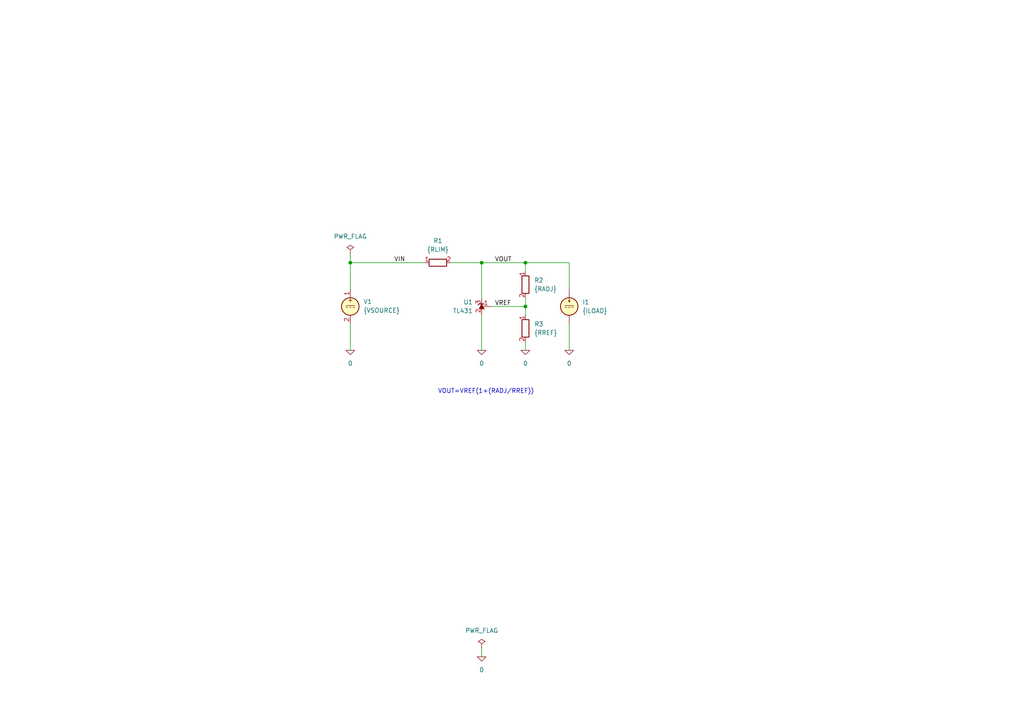
<source format=kicad_sch>
(kicad_sch
	(version 20231120)
	(generator "eeschema")
	(generator_version "8.0")
	(uuid "74ab4fdc-5fd1-4ca9-9738-ca3f53b6de8a")
	(paper "A4")
	(title_block
		(title "Output shunt regulator")
		(date "2024-12-20")
		(rev "2")
		(company "astroelectronic@")
		(comment 1 "-")
		(comment 2 "-")
		(comment 3 "-")
		(comment 4 "AE01020431")
	)
	(lib_symbols
		(symbol "R_1"
			(pin_names
				(offset 0) hide)
			(exclude_from_sim no)
			(in_bom yes)
			(on_board yes)
			(property "Reference" "R"
				(at 2.032 0 90)
				(effects
					(font
						(size 1.27 1.27)
					)
				)
			)
			(property "Value" "R_1"
				(at 0 0 90)
				(effects
					(font
						(size 1.27 1.27)
					)
				)
			)
			(property "Footprint" ""
				(at -1.778 0 90)
				(effects
					(font
						(size 1.27 1.27)
					)
					(hide yes)
				)
			)
			(property "Datasheet" "~"
				(at 0 0 0)
				(effects
					(font
						(size 1.27 1.27)
					)
					(hide yes)
				)
			)
			(property "Description" "Resistor"
				(at 0 0 0)
				(effects
					(font
						(size 1.27 1.27)
					)
					(hide yes)
				)
			)
			(property "ki_keywords" "R res resistor"
				(at 0 0 0)
				(effects
					(font
						(size 1.27 1.27)
					)
					(hide yes)
				)
			)
			(property "ki_fp_filters" "R_*"
				(at 0 0 0)
				(effects
					(font
						(size 1.27 1.27)
					)
					(hide yes)
				)
			)
			(symbol "R_1_0_1"
				(rectangle
					(start -1.016 -2.54)
					(end 1.016 2.54)
					(stroke
						(width 0.254)
						(type default)
					)
					(fill
						(type none)
					)
				)
			)
			(symbol "R_1_1_1"
				(pin passive line
					(at 0 3.81 270)
					(length 1.27)
					(name "~"
						(effects
							(font
								(size 1.27 1.27)
							)
						)
					)
					(number "1"
						(effects
							(font
								(size 1.27 1.27)
							)
						)
					)
				)
				(pin passive line
					(at 0 -3.81 90)
					(length 1.27)
					(name "~"
						(effects
							(font
								(size 1.27 1.27)
							)
						)
					)
					(number "2"
						(effects
							(font
								(size 1.27 1.27)
							)
						)
					)
				)
			)
		)
		(symbol "R_2"
			(pin_names
				(offset 0) hide)
			(exclude_from_sim no)
			(in_bom yes)
			(on_board yes)
			(property "Reference" "R"
				(at 2.032 0 90)
				(effects
					(font
						(size 1.27 1.27)
					)
				)
			)
			(property "Value" "R_2"
				(at 0 0 90)
				(effects
					(font
						(size 1.27 1.27)
					)
				)
			)
			(property "Footprint" ""
				(at -1.778 0 90)
				(effects
					(font
						(size 1.27 1.27)
					)
					(hide yes)
				)
			)
			(property "Datasheet" "~"
				(at 0 0 0)
				(effects
					(font
						(size 1.27 1.27)
					)
					(hide yes)
				)
			)
			(property "Description" "Resistor"
				(at 0 0 0)
				(effects
					(font
						(size 1.27 1.27)
					)
					(hide yes)
				)
			)
			(property "ki_keywords" "R res resistor"
				(at 0 0 0)
				(effects
					(font
						(size 1.27 1.27)
					)
					(hide yes)
				)
			)
			(property "ki_fp_filters" "R_*"
				(at 0 0 0)
				(effects
					(font
						(size 1.27 1.27)
					)
					(hide yes)
				)
			)
			(symbol "R_2_0_1"
				(rectangle
					(start -1.016 -2.54)
					(end 1.016 2.54)
					(stroke
						(width 0.254)
						(type default)
					)
					(fill
						(type none)
					)
				)
			)
			(symbol "R_2_1_1"
				(pin passive line
					(at 0 3.81 270)
					(length 1.27)
					(name "~"
						(effects
							(font
								(size 1.27 1.27)
							)
						)
					)
					(number "1"
						(effects
							(font
								(size 1.27 1.27)
							)
						)
					)
				)
				(pin passive line
					(at 0 -3.81 90)
					(length 1.27)
					(name "~"
						(effects
							(font
								(size 1.27 1.27)
							)
						)
					)
					(number "2"
						(effects
							(font
								(size 1.27 1.27)
							)
						)
					)
				)
			)
		)
		(symbol "TL431:0"
			(power)
			(pin_names
				(offset 0)
			)
			(exclude_from_sim no)
			(in_bom yes)
			(on_board yes)
			(property "Reference" "#GND"
				(at 0 -2.54 0)
				(effects
					(font
						(size 1.27 1.27)
					)
					(hide yes)
				)
			)
			(property "Value" "0"
				(at 0 -1.778 0)
				(effects
					(font
						(size 1.27 1.27)
					)
				)
			)
			(property "Footprint" ""
				(at 0 0 0)
				(effects
					(font
						(size 1.27 1.27)
					)
					(hide yes)
				)
			)
			(property "Datasheet" "~"
				(at 0 0 0)
				(effects
					(font
						(size 1.27 1.27)
					)
					(hide yes)
				)
			)
			(property "Description" "0V reference potential for simulation"
				(at 0 0 0)
				(effects
					(font
						(size 1.27 1.27)
					)
					(hide yes)
				)
			)
			(property "ki_keywords" "simulation"
				(at 0 0 0)
				(effects
					(font
						(size 1.27 1.27)
					)
					(hide yes)
				)
			)
			(symbol "0_0_1"
				(polyline
					(pts
						(xy -1.27 0) (xy 0 -1.27) (xy 1.27 0) (xy -1.27 0)
					)
					(stroke
						(width 0)
						(type default)
					)
					(fill
						(type none)
					)
				)
			)
			(symbol "0_1_1"
				(pin power_in line
					(at 0 0 0)
					(length 0) hide
					(name "0"
						(effects
							(font
								(size 1.016 1.016)
							)
						)
					)
					(number "1"
						(effects
							(font
								(size 1.016 1.016)
							)
						)
					)
				)
			)
		)
		(symbol "TL431:IDC"
			(pin_numbers hide)
			(pin_names
				(offset 0.0254)
			)
			(exclude_from_sim no)
			(in_bom yes)
			(on_board yes)
			(property "Reference" "I"
				(at 2.54 2.54 0)
				(effects
					(font
						(size 1.27 1.27)
					)
					(justify left)
				)
			)
			(property "Value" "1"
				(at 2.54 0 0)
				(effects
					(font
						(size 1.27 1.27)
					)
					(justify left)
				)
			)
			(property "Footprint" ""
				(at 0 0 0)
				(effects
					(font
						(size 1.27 1.27)
					)
					(hide yes)
				)
			)
			(property "Datasheet" "~"
				(at 0 0 0)
				(effects
					(font
						(size 1.27 1.27)
					)
					(hide yes)
				)
			)
			(property "Description" "Current source, DC"
				(at 0 0 0)
				(effects
					(font
						(size 1.27 1.27)
					)
					(hide yes)
				)
			)
			(property "Sim.Pins" "1=+ 2=-"
				(at 0 0 0)
				(effects
					(font
						(size 1.27 1.27)
					)
					(hide yes)
				)
			)
			(property "Sim.Type" "DC"
				(at 0 0 0)
				(effects
					(font
						(size 1.27 1.27)
					)
					(hide yes)
				)
			)
			(property "Sim.Device" "I"
				(at 0 0 0)
				(effects
					(font
						(size 1.27 1.27)
					)
					(justify left)
					(hide yes)
				)
			)
			(property "Spice_Netlist_Enabled" "Y"
				(at 0 0 0)
				(effects
					(font
						(size 1.27 1.27)
					)
					(justify left)
					(hide yes)
				)
			)
			(property "ki_keywords" "simulation"
				(at 0 0 0)
				(effects
					(font
						(size 1.27 1.27)
					)
					(hide yes)
				)
			)
			(symbol "IDC_0_0"
				(polyline
					(pts
						(xy -1.27 0.254) (xy 1.27 0.254)
					)
					(stroke
						(width 0)
						(type default)
					)
					(fill
						(type none)
					)
				)
				(polyline
					(pts
						(xy -0.762 -0.254) (xy -1.27 -0.254)
					)
					(stroke
						(width 0)
						(type default)
					)
					(fill
						(type none)
					)
				)
				(polyline
					(pts
						(xy 0.254 -0.254) (xy -0.254 -0.254)
					)
					(stroke
						(width 0)
						(type default)
					)
					(fill
						(type none)
					)
				)
				(polyline
					(pts
						(xy 1.27 -0.254) (xy 0.762 -0.254)
					)
					(stroke
						(width 0)
						(type default)
					)
					(fill
						(type none)
					)
				)
			)
			(symbol "IDC_0_1"
				(polyline
					(pts
						(xy 0 1.27) (xy 0 2.286)
					)
					(stroke
						(width 0)
						(type default)
					)
					(fill
						(type none)
					)
				)
				(polyline
					(pts
						(xy -0.254 1.778) (xy 0 1.27) (xy 0.254 1.778)
					)
					(stroke
						(width 0)
						(type default)
					)
					(fill
						(type none)
					)
				)
				(circle
					(center 0 0)
					(radius 2.54)
					(stroke
						(width 0.254)
						(type default)
					)
					(fill
						(type background)
					)
				)
			)
			(symbol "IDC_1_1"
				(pin passive line
					(at 0 5.08 270)
					(length 2.54)
					(name "~"
						(effects
							(font
								(size 1.27 1.27)
							)
						)
					)
					(number "1"
						(effects
							(font
								(size 1.27 1.27)
							)
						)
					)
				)
				(pin passive line
					(at 0 -5.08 90)
					(length 2.54)
					(name "~"
						(effects
							(font
								(size 1.27 1.27)
							)
						)
					)
					(number "2"
						(effects
							(font
								(size 1.27 1.27)
							)
						)
					)
				)
			)
		)
		(symbol "TL431:PWR_FLAG"
			(power)
			(pin_numbers hide)
			(pin_names
				(offset 0) hide)
			(exclude_from_sim no)
			(in_bom yes)
			(on_board yes)
			(property "Reference" "#FLG"
				(at 0 1.905 0)
				(effects
					(font
						(size 1.27 1.27)
					)
					(hide yes)
				)
			)
			(property "Value" "PWR_FLAG"
				(at 0 3.81 0)
				(effects
					(font
						(size 1.27 1.27)
					)
				)
			)
			(property "Footprint" ""
				(at 0 0 0)
				(effects
					(font
						(size 1.27 1.27)
					)
					(hide yes)
				)
			)
			(property "Datasheet" "~"
				(at 0 0 0)
				(effects
					(font
						(size 1.27 1.27)
					)
					(hide yes)
				)
			)
			(property "Description" "Special symbol for telling ERC where power comes from"
				(at 0 0 0)
				(effects
					(font
						(size 1.27 1.27)
					)
					(hide yes)
				)
			)
			(property "ki_keywords" "flag power"
				(at 0 0 0)
				(effects
					(font
						(size 1.27 1.27)
					)
					(hide yes)
				)
			)
			(symbol "PWR_FLAG_0_0"
				(pin power_out line
					(at 0 0 90)
					(length 0)
					(name "pwr"
						(effects
							(font
								(size 1.27 1.27)
							)
						)
					)
					(number "1"
						(effects
							(font
								(size 1.27 1.27)
							)
						)
					)
				)
			)
			(symbol "PWR_FLAG_0_1"
				(polyline
					(pts
						(xy 0 0) (xy 0 1.27) (xy -1.016 1.905) (xy 0 2.54) (xy 1.016 1.905) (xy 0 1.27)
					)
					(stroke
						(width 0)
						(type default)
					)
					(fill
						(type none)
					)
				)
			)
		)
		(symbol "TL431:R"
			(pin_names
				(offset 0) hide)
			(exclude_from_sim no)
			(in_bom yes)
			(on_board yes)
			(property "Reference" "R"
				(at 2.032 0 90)
				(effects
					(font
						(size 1.27 1.27)
					)
				)
			)
			(property "Value" "R"
				(at 0 0 90)
				(effects
					(font
						(size 1.27 1.27)
					)
				)
			)
			(property "Footprint" ""
				(at -1.778 0 90)
				(effects
					(font
						(size 1.27 1.27)
					)
					(hide yes)
				)
			)
			(property "Datasheet" "~"
				(at 0 0 0)
				(effects
					(font
						(size 1.27 1.27)
					)
					(hide yes)
				)
			)
			(property "Description" "Resistor"
				(at 0 0 0)
				(effects
					(font
						(size 1.27 1.27)
					)
					(hide yes)
				)
			)
			(property "ki_keywords" "R res resistor"
				(at 0 0 0)
				(effects
					(font
						(size 1.27 1.27)
					)
					(hide yes)
				)
			)
			(property "ki_fp_filters" "R_*"
				(at 0 0 0)
				(effects
					(font
						(size 1.27 1.27)
					)
					(hide yes)
				)
			)
			(symbol "R_0_1"
				(rectangle
					(start -1.016 -2.54)
					(end 1.016 2.54)
					(stroke
						(width 0.254)
						(type default)
					)
					(fill
						(type none)
					)
				)
			)
			(symbol "R_1_1"
				(pin passive line
					(at 0 3.81 270)
					(length 1.27)
					(name "~"
						(effects
							(font
								(size 1.27 1.27)
							)
						)
					)
					(number "1"
						(effects
							(font
								(size 1.27 1.27)
							)
						)
					)
				)
				(pin passive line
					(at 0 -3.81 90)
					(length 1.27)
					(name "~"
						(effects
							(font
								(size 1.27 1.27)
							)
						)
					)
					(number "2"
						(effects
							(font
								(size 1.27 1.27)
							)
						)
					)
				)
			)
		)
		(symbol "TL431:TL431LP"
			(pin_names hide)
			(exclude_from_sim no)
			(in_bom yes)
			(on_board yes)
			(property "Reference" "U"
				(at -2.54 2.54 0)
				(effects
					(font
						(size 1.27 1.27)
					)
				)
			)
			(property "Value" "TL431LP"
				(at 0 -2.54 0)
				(effects
					(font
						(size 1.27 1.27)
					)
				)
			)
			(property "Footprint" "Package_TO_SOT_THT:TO-92_Inline"
				(at 0 -3.81 0)
				(effects
					(font
						(size 1.27 1.27)
						(italic yes)
					)
					(hide yes)
				)
			)
			(property "Datasheet" "http://www.ti.com/lit/ds/symlink/tl431.pdf"
				(at 0 0 0)
				(effects
					(font
						(size 1.27 1.27)
						(italic yes)
					)
					(hide yes)
				)
			)
			(property "Description" "Shunt Regulator, TO-92"
				(at 0 0 0)
				(effects
					(font
						(size 1.27 1.27)
					)
					(hide yes)
				)
			)
			(property "ki_keywords" "diode device regulator shunt"
				(at 0 0 0)
				(effects
					(font
						(size 1.27 1.27)
					)
					(hide yes)
				)
			)
			(property "ki_fp_filters" "TO*92*"
				(at 0 0 0)
				(effects
					(font
						(size 1.27 1.27)
					)
					(hide yes)
				)
			)
			(symbol "TL431LP_0_1"
				(polyline
					(pts
						(xy -1.27 0) (xy 0 0) (xy 1.27 0)
					)
					(stroke
						(width 0)
						(type default)
					)
					(fill
						(type none)
					)
				)
				(polyline
					(pts
						(xy -0.762 0.762) (xy 0.762 0) (xy -0.762 -0.762)
					)
					(stroke
						(width 0)
						(type default)
					)
					(fill
						(type outline)
					)
				)
				(polyline
					(pts
						(xy 0.508 -1.016) (xy 0.762 -0.762) (xy 0.762 0.762) (xy 0.762 0.762)
					)
					(stroke
						(width 0.254)
						(type default)
					)
					(fill
						(type none)
					)
				)
			)
			(symbol "TL431LP_1_1"
				(pin passive line
					(at 0 2.54 270)
					(length 2.54)
					(name "REF"
						(effects
							(font
								(size 1.27 1.27)
							)
						)
					)
					(number "1"
						(effects
							(font
								(size 1.27 1.27)
							)
						)
					)
				)
				(pin passive line
					(at -2.54 0 0)
					(length 2.54)
					(name "A"
						(effects
							(font
								(size 1.27 1.27)
							)
						)
					)
					(number "2"
						(effects
							(font
								(size 1.27 1.27)
							)
						)
					)
				)
				(pin passive line
					(at 2.54 0 180)
					(length 2.54)
					(name "K"
						(effects
							(font
								(size 1.27 1.27)
							)
						)
					)
					(number "3"
						(effects
							(font
								(size 1.27 1.27)
							)
						)
					)
				)
			)
		)
		(symbol "TL431:VDC"
			(pin_names
				(offset 0.0254) hide)
			(exclude_from_sim no)
			(in_bom yes)
			(on_board yes)
			(property "Reference" "V"
				(at 2.54 2.54 0)
				(effects
					(font
						(size 1.27 1.27)
					)
					(justify left)
				)
			)
			(property "Value" "1"
				(at 2.54 0 0)
				(effects
					(font
						(size 1.27 1.27)
					)
					(justify left)
				)
			)
			(property "Footprint" ""
				(at 0 0 0)
				(effects
					(font
						(size 1.27 1.27)
					)
					(hide yes)
				)
			)
			(property "Datasheet" "~"
				(at 0 0 0)
				(effects
					(font
						(size 1.27 1.27)
					)
					(hide yes)
				)
			)
			(property "Description" "Voltage source, DC"
				(at 0 0 0)
				(effects
					(font
						(size 1.27 1.27)
					)
					(hide yes)
				)
			)
			(property "Sim.Pins" "1=+ 2=-"
				(at 0 0 0)
				(effects
					(font
						(size 1.27 1.27)
					)
					(hide yes)
				)
			)
			(property "Sim.Type" "DC"
				(at 0 0 0)
				(effects
					(font
						(size 1.27 1.27)
					)
					(hide yes)
				)
			)
			(property "Sim.Device" "V"
				(at 0 0 0)
				(effects
					(font
						(size 1.27 1.27)
					)
					(justify left)
					(hide yes)
				)
			)
			(property "Spice_Netlist_Enabled" "Y"
				(at 0 0 0)
				(effects
					(font
						(size 1.27 1.27)
					)
					(justify left)
					(hide yes)
				)
			)
			(property "ki_keywords" "simulation"
				(at 0 0 0)
				(effects
					(font
						(size 1.27 1.27)
					)
					(hide yes)
				)
			)
			(symbol "VDC_0_0"
				(polyline
					(pts
						(xy -1.27 0.254) (xy 1.27 0.254)
					)
					(stroke
						(width 0)
						(type default)
					)
					(fill
						(type none)
					)
				)
				(polyline
					(pts
						(xy -0.762 -0.254) (xy -1.27 -0.254)
					)
					(stroke
						(width 0)
						(type default)
					)
					(fill
						(type none)
					)
				)
				(polyline
					(pts
						(xy 0.254 -0.254) (xy -0.254 -0.254)
					)
					(stroke
						(width 0)
						(type default)
					)
					(fill
						(type none)
					)
				)
				(polyline
					(pts
						(xy 1.27 -0.254) (xy 0.762 -0.254)
					)
					(stroke
						(width 0)
						(type default)
					)
					(fill
						(type none)
					)
				)
				(text "+"
					(at 0 1.905 0)
					(effects
						(font
							(size 1.27 1.27)
						)
					)
				)
			)
			(symbol "VDC_0_1"
				(circle
					(center 0 0)
					(radius 2.54)
					(stroke
						(width 0.254)
						(type default)
					)
					(fill
						(type background)
					)
				)
			)
			(symbol "VDC_1_1"
				(pin passive line
					(at 0 5.08 270)
					(length 2.54)
					(name "~"
						(effects
							(font
								(size 1.27 1.27)
							)
						)
					)
					(number "1"
						(effects
							(font
								(size 1.27 1.27)
							)
						)
					)
				)
				(pin passive line
					(at 0 -5.08 90)
					(length 2.54)
					(name "~"
						(effects
							(font
								(size 1.27 1.27)
							)
						)
					)
					(number "2"
						(effects
							(font
								(size 1.27 1.27)
							)
						)
					)
				)
			)
		)
	)
	(junction
		(at 152.4 88.9)
		(diameter 0)
		(color 0 0 0 0)
		(uuid "03d2809b-9145-4861-af81-b6ae9df0443a")
	)
	(junction
		(at 139.7 76.2)
		(diameter 0)
		(color 0 0 0 0)
		(uuid "d3b2e581-29a6-4557-b59f-91ab4a54b073")
	)
	(junction
		(at 101.6 76.2)
		(diameter 0)
		(color 0 0 0 0)
		(uuid "d3d20f68-e8d0-46c7-b09c-a771723f3ed5")
	)
	(junction
		(at 152.4 76.2)
		(diameter 0)
		(color 0 0 0 0)
		(uuid "fc6de0f6-80ae-452e-91bb-1c230c9ce7c9")
	)
	(wire
		(pts
			(xy 152.4 88.9) (xy 152.4 91.44)
		)
		(stroke
			(width 0)
			(type default)
		)
		(uuid "036ba8f4-14ab-41f2-8647-95d1ad3ac102")
	)
	(wire
		(pts
			(xy 165.1 76.2) (xy 152.4 76.2)
		)
		(stroke
			(width 0)
			(type default)
		)
		(uuid "0376d3e5-5402-4845-99bf-a354ca6a8745")
	)
	(wire
		(pts
			(xy 165.1 83.82) (xy 165.1 76.2)
		)
		(stroke
			(width 0)
			(type default)
		)
		(uuid "0e84a0d4-4ef7-4f36-913d-eb573b6d2660")
	)
	(wire
		(pts
			(xy 130.81 76.2) (xy 139.7 76.2)
		)
		(stroke
			(width 0)
			(type default)
		)
		(uuid "1a9ec9f6-4d80-48fd-8505-2dd8962561c3")
	)
	(wire
		(pts
			(xy 152.4 99.06) (xy 152.4 101.6)
		)
		(stroke
			(width 0)
			(type default)
		)
		(uuid "274a76c3-6ff8-4481-aadb-0b47913a3699")
	)
	(wire
		(pts
			(xy 142.24 88.9) (xy 152.4 88.9)
		)
		(stroke
			(width 0)
			(type default)
		)
		(uuid "4f5e31e2-82e0-488b-b741-0300d747a39e")
	)
	(wire
		(pts
			(xy 165.1 93.98) (xy 165.1 101.6)
		)
		(stroke
			(width 0)
			(type default)
		)
		(uuid "526563cc-9fdd-454d-b4bd-4b227da34bb8")
	)
	(wire
		(pts
			(xy 152.4 86.36) (xy 152.4 88.9)
		)
		(stroke
			(width 0)
			(type default)
		)
		(uuid "58e9cccc-7876-430a-834b-d9493ad49c09")
	)
	(wire
		(pts
			(xy 152.4 78.74) (xy 152.4 76.2)
		)
		(stroke
			(width 0)
			(type default)
		)
		(uuid "5cd61374-cd53-4c18-b590-5cc2d0148b2e")
	)
	(wire
		(pts
			(xy 101.6 83.82) (xy 101.6 76.2)
		)
		(stroke
			(width 0)
			(type default)
		)
		(uuid "9d35bc53-ed75-471b-8e10-6cad1af6f452")
	)
	(wire
		(pts
			(xy 139.7 76.2) (xy 139.7 86.36)
		)
		(stroke
			(width 0)
			(type default)
		)
		(uuid "a07a15fd-087c-4dac-9c7e-b24613de82e2")
	)
	(wire
		(pts
			(xy 101.6 76.2) (xy 123.19 76.2)
		)
		(stroke
			(width 0)
			(type default)
		)
		(uuid "aff9b8dd-ba2a-477d-a9b5-e994d2a5959b")
	)
	(wire
		(pts
			(xy 152.4 76.2) (xy 139.7 76.2)
		)
		(stroke
			(width 0)
			(type default)
		)
		(uuid "c27380eb-e5a8-4998-bbb0-dfff4434d067")
	)
	(wire
		(pts
			(xy 139.7 187.96) (xy 139.7 190.5)
		)
		(stroke
			(width 0)
			(type default)
		)
		(uuid "ce063a57-ea76-4dca-af71-77470bdceaf8")
	)
	(wire
		(pts
			(xy 139.7 101.6) (xy 139.7 91.44)
		)
		(stroke
			(width 0)
			(type default)
		)
		(uuid "dbbf8890-3e9e-4898-908c-e7b6e0bdfaf7")
	)
	(wire
		(pts
			(xy 101.6 73.66) (xy 101.6 76.2)
		)
		(stroke
			(width 0)
			(type default)
		)
		(uuid "e7908483-8b0b-4b9d-8bb5-30dc581aaf58")
	)
	(wire
		(pts
			(xy 101.6 93.98) (xy 101.6 101.6)
		)
		(stroke
			(width 0)
			(type default)
		)
		(uuid "e9bdbdf9-b9d9-4ef3-8f8a-e3b7ded8ee85")
	)
	(text "VOUT=VREF(1+(RADJ/RREF))"
		(exclude_from_sim no)
		(at 127 114.3 0)
		(effects
			(font
				(size 1.27 1.27)
			)
			(justify left bottom)
		)
		(uuid "01d4d3ec-5e43-461f-96ec-79d839a23c82")
	)
	(label "VREF"
		(at 143.51 88.9 0)
		(fields_autoplaced yes)
		(effects
			(font
				(size 1.27 1.27)
			)
			(justify left bottom)
		)
		(uuid "117050f5-6d31-44e2-b581-edca2f0bd416")
	)
	(label "VIN"
		(at 114.3 76.2 0)
		(fields_autoplaced yes)
		(effects
			(font
				(size 1.27 1.27)
			)
			(justify left bottom)
		)
		(uuid "c4b61662-b247-4f53-8225-bc2946ef72df")
	)
	(label "VOUT"
		(at 143.51 76.2 0)
		(fields_autoplaced yes)
		(effects
			(font
				(size 1.27 1.27)
			)
			(justify left bottom)
		)
		(uuid "f9d3fab1-70d6-41f8-89b3-a1dae78866f7")
	)
	(symbol
		(lib_id "TL431:PWR_FLAG")
		(at 101.6 73.66 0)
		(unit 1)
		(exclude_from_sim no)
		(in_bom yes)
		(on_board yes)
		(dnp no)
		(fields_autoplaced yes)
		(uuid "135d01e6-ed19-465d-86ec-a6843c916e1c")
		(property "Reference" "#FLG01"
			(at 101.6 71.755 0)
			(effects
				(font
					(size 1.27 1.27)
				)
				(hide yes)
			)
		)
		(property "Value" "PWR_FLAG"
			(at 101.6 68.58 0)
			(effects
				(font
					(size 1.27 1.27)
				)
			)
		)
		(property "Footprint" ""
			(at 101.6 73.66 0)
			(effects
				(font
					(size 1.27 1.27)
				)
				(hide yes)
			)
		)
		(property "Datasheet" "~"
			(at 101.6 73.66 0)
			(effects
				(font
					(size 1.27 1.27)
				)
				(hide yes)
			)
		)
		(property "Description" ""
			(at 101.6 73.66 0)
			(effects
				(font
					(size 1.27 1.27)
				)
				(hide yes)
			)
		)
		(pin "1"
			(uuid "7e02aef6-1f74-4976-90d3-74ce178eb022")
		)
		(instances
			(project "TL431_shunt"
				(path "/74ab4fdc-5fd1-4ca9-9738-ca3f53b6de8a"
					(reference "#FLG01")
					(unit 1)
				)
			)
		)
	)
	(symbol
		(lib_id "TL431:0")
		(at 139.7 190.5 0)
		(unit 1)
		(exclude_from_sim no)
		(in_bom yes)
		(on_board yes)
		(dnp no)
		(fields_autoplaced yes)
		(uuid "1f1b6c3b-4e9e-45cc-b13a-d3ea2111204d")
		(property "Reference" "#GND04"
			(at 139.7 193.04 0)
			(effects
				(font
					(size 1.27 1.27)
				)
				(hide yes)
			)
		)
		(property "Value" "0"
			(at 139.7 194.31 0)
			(effects
				(font
					(size 1.27 1.27)
				)
			)
		)
		(property "Footprint" ""
			(at 139.7 190.5 0)
			(effects
				(font
					(size 1.27 1.27)
				)
				(hide yes)
			)
		)
		(property "Datasheet" "~"
			(at 139.7 190.5 0)
			(effects
				(font
					(size 1.27 1.27)
				)
				(hide yes)
			)
		)
		(property "Description" ""
			(at 139.7 190.5 0)
			(effects
				(font
					(size 1.27 1.27)
				)
				(hide yes)
			)
		)
		(pin "1"
			(uuid "fd027fce-7e2f-4201-b2a2-596126d315d0")
		)
		(instances
			(project "TL431_shunt"
				(path "/74ab4fdc-5fd1-4ca9-9738-ca3f53b6de8a"
					(reference "#GND04")
					(unit 1)
				)
			)
		)
	)
	(symbol
		(lib_id "TL431:IDC")
		(at 165.1 88.9 0)
		(unit 1)
		(exclude_from_sim no)
		(in_bom yes)
		(on_board yes)
		(dnp no)
		(fields_autoplaced yes)
		(uuid "2537b0ba-e314-4939-b533-6ccb83052128")
		(property "Reference" "I1"
			(at 168.91 87.6299 0)
			(effects
				(font
					(size 1.27 1.27)
				)
				(justify left)
			)
		)
		(property "Value" "{ILOAD}"
			(at 168.91 90.1699 0)
			(effects
				(font
					(size 1.27 1.27)
				)
				(justify left)
			)
		)
		(property "Footprint" ""
			(at 165.1 88.9 0)
			(effects
				(font
					(size 1.27 1.27)
				)
				(hide yes)
			)
		)
		(property "Datasheet" "~"
			(at 165.1 88.9 0)
			(effects
				(font
					(size 1.27 1.27)
				)
				(hide yes)
			)
		)
		(property "Description" ""
			(at 165.1 88.9 0)
			(effects
				(font
					(size 1.27 1.27)
				)
				(hide yes)
			)
		)
		(property "Sim.Device" "SPICE"
			(at 165.1 88.9 0)
			(effects
				(font
					(size 1.27 1.27)
				)
				(justify left)
				(hide yes)
			)
		)
		(property "Sim.Params" "type=\"I\" model=\"{ILOAD}\" lib=\"\""
			(at 0 0 0)
			(effects
				(font
					(size 1.27 1.27)
				)
				(hide yes)
			)
		)
		(property "Sim.Pins" "1=1 2=2"
			(at 0 0 0)
			(effects
				(font
					(size 1.27 1.27)
				)
				(hide yes)
			)
		)
		(pin "1"
			(uuid "69306236-ed0e-44ae-a98e-63b3d3560369")
		)
		(pin "2"
			(uuid "40735b07-0106-428b-ad18-cd8b8b4f7855")
		)
		(instances
			(project "TL431_shunt"
				(path "/74ab4fdc-5fd1-4ca9-9738-ca3f53b6de8a"
					(reference "I1")
					(unit 1)
				)
			)
		)
	)
	(symbol
		(lib_id "TL431:0")
		(at 165.1 101.6 0)
		(unit 1)
		(exclude_from_sim no)
		(in_bom yes)
		(on_board yes)
		(dnp no)
		(fields_autoplaced yes)
		(uuid "2d414da5-2432-41c1-93e7-51a94874736d")
		(property "Reference" "#GND05"
			(at 165.1 104.14 0)
			(effects
				(font
					(size 1.27 1.27)
				)
				(hide yes)
			)
		)
		(property "Value" "0"
			(at 165.1 105.41 0)
			(effects
				(font
					(size 1.27 1.27)
				)
			)
		)
		(property "Footprint" ""
			(at 165.1 101.6 0)
			(effects
				(font
					(size 1.27 1.27)
				)
				(hide yes)
			)
		)
		(property "Datasheet" "~"
			(at 165.1 101.6 0)
			(effects
				(font
					(size 1.27 1.27)
				)
				(hide yes)
			)
		)
		(property "Description" ""
			(at 165.1 101.6 0)
			(effects
				(font
					(size 1.27 1.27)
				)
				(hide yes)
			)
		)
		(pin "1"
			(uuid "2b567bec-35ee-4e43-8b55-be88f0989a79")
		)
		(instances
			(project "TL431_shunt"
				(path "/74ab4fdc-5fd1-4ca9-9738-ca3f53b6de8a"
					(reference "#GND05")
					(unit 1)
				)
			)
		)
	)
	(symbol
		(lib_id "TL431:0")
		(at 101.6 101.6 0)
		(unit 1)
		(exclude_from_sim no)
		(in_bom yes)
		(on_board yes)
		(dnp no)
		(fields_autoplaced yes)
		(uuid "389ff374-77fd-4cce-bb56-1ce2bf348f01")
		(property "Reference" "#GND01"
			(at 101.6 104.14 0)
			(effects
				(font
					(size 1.27 1.27)
				)
				(hide yes)
			)
		)
		(property "Value" "0"
			(at 101.6 105.41 0)
			(effects
				(font
					(size 1.27 1.27)
				)
			)
		)
		(property "Footprint" ""
			(at 101.6 101.6 0)
			(effects
				(font
					(size 1.27 1.27)
				)
				(hide yes)
			)
		)
		(property "Datasheet" "~"
			(at 101.6 101.6 0)
			(effects
				(font
					(size 1.27 1.27)
				)
				(hide yes)
			)
		)
		(property "Description" ""
			(at 101.6 101.6 0)
			(effects
				(font
					(size 1.27 1.27)
				)
				(hide yes)
			)
		)
		(pin "1"
			(uuid "aac4cee9-4a22-496a-a9ef-2068de53da7c")
		)
		(instances
			(project "TL431_shunt"
				(path "/74ab4fdc-5fd1-4ca9-9738-ca3f53b6de8a"
					(reference "#GND01")
					(unit 1)
				)
			)
		)
	)
	(symbol
		(lib_id "TL431:0")
		(at 139.7 101.6 0)
		(unit 1)
		(exclude_from_sim no)
		(in_bom yes)
		(on_board yes)
		(dnp no)
		(fields_autoplaced yes)
		(uuid "5fcaf781-9acc-417f-b2b9-67135f85fbeb")
		(property "Reference" "#GND02"
			(at 139.7 104.14 0)
			(effects
				(font
					(size 1.27 1.27)
				)
				(hide yes)
			)
		)
		(property "Value" "0"
			(at 139.7 105.41 0)
			(effects
				(font
					(size 1.27 1.27)
				)
			)
		)
		(property "Footprint" ""
			(at 139.7 101.6 0)
			(effects
				(font
					(size 1.27 1.27)
				)
				(hide yes)
			)
		)
		(property "Datasheet" "~"
			(at 139.7 101.6 0)
			(effects
				(font
					(size 1.27 1.27)
				)
				(hide yes)
			)
		)
		(property "Description" ""
			(at 139.7 101.6 0)
			(effects
				(font
					(size 1.27 1.27)
				)
				(hide yes)
			)
		)
		(pin "1"
			(uuid "6ae6bd83-36a9-4f99-a239-d7962a0e50e7")
		)
		(instances
			(project "TL431_shunt"
				(path "/74ab4fdc-5fd1-4ca9-9738-ca3f53b6de8a"
					(reference "#GND02")
					(unit 1)
				)
			)
		)
	)
	(symbol
		(lib_id "TL431:PWR_FLAG")
		(at 139.7 187.96 0)
		(unit 1)
		(exclude_from_sim no)
		(in_bom yes)
		(on_board yes)
		(dnp no)
		(fields_autoplaced yes)
		(uuid "62f7b3b2-fe63-40bb-90e7-20434229f9bf")
		(property "Reference" "#FLG02"
			(at 139.7 186.055 0)
			(effects
				(font
					(size 1.27 1.27)
				)
				(hide yes)
			)
		)
		(property "Value" "PWR_FLAG"
			(at 139.7 182.88 0)
			(effects
				(font
					(size 1.27 1.27)
				)
			)
		)
		(property "Footprint" ""
			(at 139.7 187.96 0)
			(effects
				(font
					(size 1.27 1.27)
				)
				(hide yes)
			)
		)
		(property "Datasheet" "~"
			(at 139.7 187.96 0)
			(effects
				(font
					(size 1.27 1.27)
				)
				(hide yes)
			)
		)
		(property "Description" ""
			(at 139.7 187.96 0)
			(effects
				(font
					(size 1.27 1.27)
				)
				(hide yes)
			)
		)
		(pin "1"
			(uuid "461c1f81-41c3-43cd-b144-dfde5a4bf514")
		)
		(instances
			(project "TL431_shunt"
				(path "/74ab4fdc-5fd1-4ca9-9738-ca3f53b6de8a"
					(reference "#FLG02")
					(unit 1)
				)
			)
		)
	)
	(symbol
		(lib_id "TL431:TL431LP")
		(at 139.7 88.9 270)
		(mirror x)
		(unit 1)
		(exclude_from_sim no)
		(in_bom yes)
		(on_board yes)
		(dnp no)
		(fields_autoplaced yes)
		(uuid "677b6a2e-0908-41a3-9c23-88f2f00e22a0")
		(property "Reference" "U1"
			(at 137.16 87.6299 90)
			(effects
				(font
					(size 1.27 1.27)
				)
				(justify right)
			)
		)
		(property "Value" "TL431"
			(at 137.16 90.1699 90)
			(effects
				(font
					(size 1.27 1.27)
				)
				(justify right)
			)
		)
		(property "Footprint" ""
			(at 135.89 88.9 0)
			(effects
				(font
					(size 1.27 1.27)
					(italic yes)
				)
				(hide yes)
			)
		)
		(property "Datasheet" "~"
			(at 139.7 88.9 0)
			(effects
				(font
					(size 1.27 1.27)
					(italic yes)
				)
				(hide yes)
			)
		)
		(property "Description" ""
			(at 139.7 88.9 0)
			(effects
				(font
					(size 1.27 1.27)
				)
				(hide yes)
			)
		)
		(property "Sim.Device" "SUBCKT"
			(at 139.7 88.9 0)
			(effects
				(font
					(size 1.27 1.27)
				)
				(hide yes)
			)
		)
		(property "Sim.Pins" "1=1 2=2 3=3"
			(at 0 0 0)
			(effects
				(font
					(size 1.27 1.27)
				)
				(hide yes)
			)
		)
		(property "Sim.Library" "C:\\AE\\TL431\\_models\\tl431.mod"
			(at 139.7 88.9 0)
			(effects
				(font
					(size 1.27 1.27)
				)
				(hide yes)
			)
		)
		(property "Sim.Name" "TL431"
			(at 139.7 88.9 0)
			(effects
				(font
					(size 1.27 1.27)
				)
				(hide yes)
			)
		)
		(pin "1"
			(uuid "e9c86e83-28b4-4461-b661-f5702a065324")
		)
		(pin "2"
			(uuid "08a50475-5427-4b65-9f1e-b46f5a12df37")
		)
		(pin "3"
			(uuid "576f3e77-9066-483d-a957-fbf0d8faea5b")
		)
		(instances
			(project "TL431_shunt"
				(path "/74ab4fdc-5fd1-4ca9-9738-ca3f53b6de8a"
					(reference "U1")
					(unit 1)
				)
			)
		)
	)
	(symbol
		(lib_id "TL431:R")
		(at 152.4 95.25 0)
		(unit 1)
		(exclude_from_sim no)
		(in_bom yes)
		(on_board yes)
		(dnp no)
		(fields_autoplaced yes)
		(uuid "80d22da1-dc77-4355-944b-b663ce810abf")
		(property "Reference" "R3"
			(at 154.94 93.9799 0)
			(effects
				(font
					(size 1.27 1.27)
				)
				(justify left)
			)
		)
		(property "Value" "{RREF}"
			(at 154.94 96.5199 0)
			(effects
				(font
					(size 1.27 1.27)
				)
				(justify left)
			)
		)
		(property "Footprint" ""
			(at 150.622 95.25 90)
			(effects
				(font
					(size 1.27 1.27)
				)
				(hide yes)
			)
		)
		(property "Datasheet" "~"
			(at 152.4 95.25 0)
			(effects
				(font
					(size 1.27 1.27)
				)
				(hide yes)
			)
		)
		(property "Description" ""
			(at 152.4 95.25 0)
			(effects
				(font
					(size 1.27 1.27)
				)
				(hide yes)
			)
		)
		(pin "1"
			(uuid "d6db888b-37f6-48d9-b4e0-0a05589b3422")
		)
		(pin "2"
			(uuid "a2b5d8cb-a8e3-4a64-b225-e649a7adb233")
		)
		(instances
			(project "TL431_shunt"
				(path "/74ab4fdc-5fd1-4ca9-9738-ca3f53b6de8a"
					(reference "R3")
					(unit 1)
				)
			)
		)
	)
	(symbol
		(lib_id "TL431:0")
		(at 152.4 101.6 0)
		(unit 1)
		(exclude_from_sim no)
		(in_bom yes)
		(on_board yes)
		(dnp no)
		(fields_autoplaced yes)
		(uuid "8265cac0-cf2d-4281-a0ba-4492ab62457a")
		(property "Reference" "#GND03"
			(at 152.4 104.14 0)
			(effects
				(font
					(size 1.27 1.27)
				)
				(hide yes)
			)
		)
		(property "Value" "0"
			(at 152.4 105.41 0)
			(effects
				(font
					(size 1.27 1.27)
				)
			)
		)
		(property "Footprint" ""
			(at 152.4 101.6 0)
			(effects
				(font
					(size 1.27 1.27)
				)
				(hide yes)
			)
		)
		(property "Datasheet" "~"
			(at 152.4 101.6 0)
			(effects
				(font
					(size 1.27 1.27)
				)
				(hide yes)
			)
		)
		(property "Description" ""
			(at 152.4 101.6 0)
			(effects
				(font
					(size 1.27 1.27)
				)
				(hide yes)
			)
		)
		(pin "1"
			(uuid "34a4785c-d485-4fe1-8974-6a7eadee2403")
		)
		(instances
			(project "TL431_shunt"
				(path "/74ab4fdc-5fd1-4ca9-9738-ca3f53b6de8a"
					(reference "#GND03")
					(unit 1)
				)
			)
		)
	)
	(symbol
		(lib_name "R_1")
		(lib_id "TL431:R_1")
		(at 127 76.2 90)
		(unit 1)
		(exclude_from_sim no)
		(in_bom yes)
		(on_board yes)
		(dnp no)
		(fields_autoplaced yes)
		(uuid "d8e47365-c5a4-4c8e-8704-e425cd1c2a7f")
		(property "Reference" "R1"
			(at 127 69.85 90)
			(effects
				(font
					(size 1.27 1.27)
				)
			)
		)
		(property "Value" "{RLIM}"
			(at 127 72.39 90)
			(effects
				(font
					(size 1.27 1.27)
				)
			)
		)
		(property "Footprint" ""
			(at 127 77.978 90)
			(effects
				(font
					(size 1.27 1.27)
				)
				(hide yes)
			)
		)
		(property "Datasheet" "~"
			(at 127 76.2 0)
			(effects
				(font
					(size 1.27 1.27)
				)
				(hide yes)
			)
		)
		(property "Description" ""
			(at 127 76.2 0)
			(effects
				(font
					(size 1.27 1.27)
				)
				(hide yes)
			)
		)
		(pin "1"
			(uuid "3b07f6eb-88d6-4a0a-a0ad-4ab0f89dd89b")
		)
		(pin "2"
			(uuid "6aaa009f-421e-43e2-a24d-027ef76a835a")
		)
		(instances
			(project "TL431_shunt"
				(path "/74ab4fdc-5fd1-4ca9-9738-ca3f53b6de8a"
					(reference "R1")
					(unit 1)
				)
			)
		)
	)
	(symbol
		(lib_id "TL431:VDC")
		(at 101.6 88.9 0)
		(unit 1)
		(exclude_from_sim no)
		(in_bom yes)
		(on_board yes)
		(dnp no)
		(fields_autoplaced yes)
		(uuid "eb10f417-b41c-444e-b458-a9c421c9ae4d")
		(property "Reference" "V1"
			(at 105.41 87.5001 0)
			(effects
				(font
					(size 1.27 1.27)
				)
				(justify left)
			)
		)
		(property "Value" "{VSOURCE}"
			(at 105.41 90.0401 0)
			(effects
				(font
					(size 1.27 1.27)
				)
				(justify left)
			)
		)
		(property "Footprint" ""
			(at 101.6 88.9 0)
			(effects
				(font
					(size 1.27 1.27)
				)
				(hide yes)
			)
		)
		(property "Datasheet" "~"
			(at 101.6 88.9 0)
			(effects
				(font
					(size 1.27 1.27)
				)
				(hide yes)
			)
		)
		(property "Description" ""
			(at 101.6 88.9 0)
			(effects
				(font
					(size 1.27 1.27)
				)
				(hide yes)
			)
		)
		(property "Sim.Device" "SPICE"
			(at 101.6 88.9 0)
			(effects
				(font
					(size 1.27 1.27)
				)
				(justify left)
				(hide yes)
			)
		)
		(property "Sim.Params" "type=\"V\" model=\"{VSOURCE}\" lib=\"\""
			(at 0 0 0)
			(effects
				(font
					(size 1.27 1.27)
				)
				(hide yes)
			)
		)
		(property "Sim.Pins" "1=1 2=2"
			(at 0 0 0)
			(effects
				(font
					(size 1.27 1.27)
				)
				(hide yes)
			)
		)
		(pin "1"
			(uuid "391cee87-0350-4d0c-83df-798d6c3f2200")
		)
		(pin "2"
			(uuid "7f15ccc5-4554-437a-a89c-2ff3c4a6105b")
		)
		(instances
			(project "TL431_shunt"
				(path "/74ab4fdc-5fd1-4ca9-9738-ca3f53b6de8a"
					(reference "V1")
					(unit 1)
				)
			)
		)
	)
	(symbol
		(lib_name "R_2")
		(lib_id "TL431:R_2")
		(at 152.4 82.55 0)
		(unit 1)
		(exclude_from_sim no)
		(in_bom yes)
		(on_board yes)
		(dnp no)
		(fields_autoplaced yes)
		(uuid "ec692d2a-d2bf-4ee6-99c9-77387619140e")
		(property "Reference" "R2"
			(at 154.94 81.2799 0)
			(effects
				(font
					(size 1.27 1.27)
				)
				(justify left)
			)
		)
		(property "Value" "{RADJ}"
			(at 154.94 83.8199 0)
			(effects
				(font
					(size 1.27 1.27)
				)
				(justify left)
			)
		)
		(property "Footprint" ""
			(at 150.622 82.55 90)
			(effects
				(font
					(size 1.27 1.27)
				)
				(hide yes)
			)
		)
		(property "Datasheet" "~"
			(at 152.4 82.55 0)
			(effects
				(font
					(size 1.27 1.27)
				)
				(hide yes)
			)
		)
		(property "Description" ""
			(at 152.4 82.55 0)
			(effects
				(font
					(size 1.27 1.27)
				)
				(hide yes)
			)
		)
		(pin "1"
			(uuid "fbe852ae-523c-4418-8fe0-7c60323df978")
		)
		(pin "2"
			(uuid "01b6e038-29e0-42a5-8af7-e92c1fef64c6")
		)
		(instances
			(project "TL431_shunt"
				(path "/74ab4fdc-5fd1-4ca9-9738-ca3f53b6de8a"
					(reference "R2")
					(unit 1)
				)
			)
		)
	)
	(sheet_instances
		(path "/"
			(page "1")
		)
	)
)
</source>
